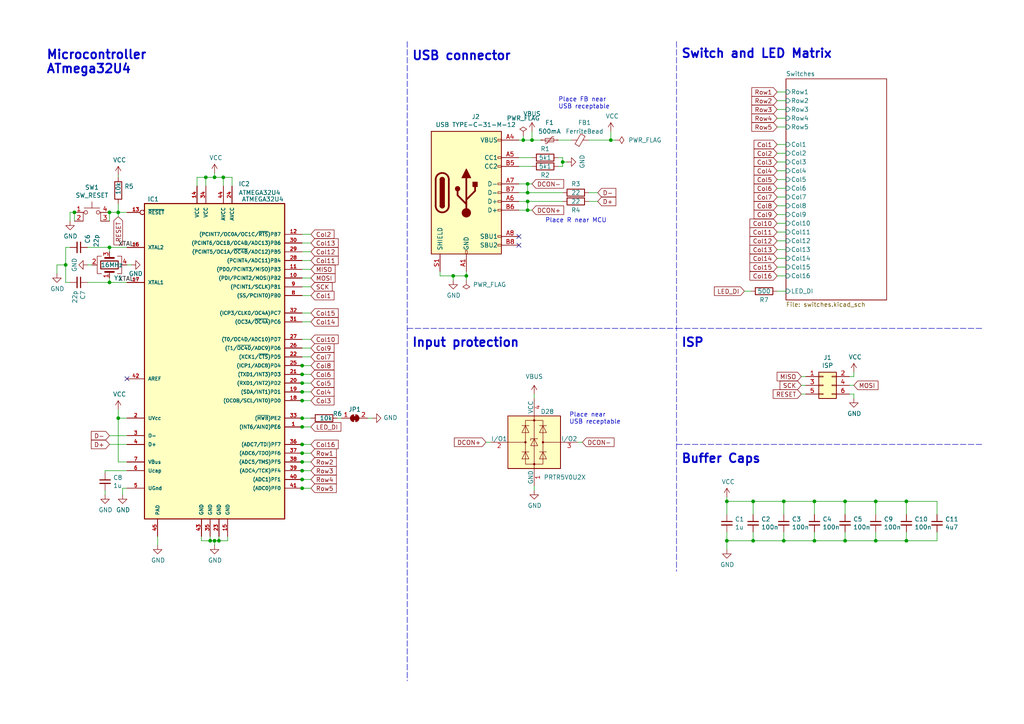
<source format=kicad_sch>
(kicad_sch (version 20211123) (generator eeschema)
  (paper "A4")
  (title_block (title "Kuro65") (date "2021-02-20") (rev "Kusabimaru") (company "0x544D"))
  (lib_symbols
    (symbol "Connector:USB_C_Receptacle_USB2.0" (pin_names (offset 1.016))
      (property "Reference" "J" (at -10.16 19.05 0))
      (property "Value" "USB_C_Receptacle_USB2.0" (at 19.05 19.05 0))
      (symbol "USB_C_Receptacle_USB2.0_0_0"
        (rectangle (start -0.254 -17.78) (end 0.254 -16.764))
        (rectangle (start 10.16 -14.986) (end 9.144 -15.494))
        (rectangle (start 10.16 -12.446) (end 9.144 -12.954))
        (rectangle (start 10.16 -4.826) (end 9.144 -5.334))
        (rectangle (start 10.16 -2.286) (end 9.144 -2.794))
        (rectangle (start 10.16 0.254) (end 9.144 -0.254))
        (rectangle (start 10.16 2.794) (end 9.144 2.286))
        (rectangle (start 10.16 7.874) (end 9.144 7.366))
        (rectangle (start 10.16 10.414) (end 9.144 9.906))
        (rectangle (start 10.16 15.494) (end 9.144 14.986))
      )
      (symbol "USB_C_Receptacle_USB2.0_0_1"
        (rectangle (start -10.16 17.78) (end 10.16 -17.78) (stroke (width 0.254)) (fill (type background)))
        (arc (start -8.89 -3.81) (mid -6.985 -5.715) (end -5.08 -3.81) (stroke (width 0.508)))
        (arc (start -7.62 -3.81) (mid -6.985 -4.445) (end -6.35 -3.81) (stroke (width 0.254)))
        (arc (start -7.62 -3.81) (mid -6.985 -4.445) (end -6.35 -3.81) (stroke (width 0.254)) (fill (type outline)))
        (rectangle (start -7.62 -3.81) (end -6.35 3.81) (stroke (width 0.254)) (fill (type outline)))
        (arc (start -6.35 3.81) (mid -6.985 4.445) (end -7.62 3.81) (stroke (width 0.254)))
        (arc (start -6.35 3.81) (mid -6.985 4.445) (end -7.62 3.81) (stroke (width 0.254)) (fill (type outline)))
        (arc (start -5.08 3.81) (mid -6.985 5.715) (end -8.89 3.81) (stroke (width 0.508)))
        (circle (center -2.54 1.143) (radius 0.635) (stroke (width 0.254)) (fill (type outline)))
        (circle (center 0 -5.842) (radius 1.27) (fill (type outline)))
        (polyline (pts (xy -8.89 -3.81) (xy -8.89 3.81)) (stroke (width 0.508)))
        (polyline (pts (xy -5.08 3.81) (xy -5.08 -3.81)) (stroke (width 0.508)))
        (polyline (pts (xy 0 -5.842) (xy 0 4.318)) (stroke (width 0.508)))
        (polyline (pts (xy 0 -3.302) (xy -2.54 -0.762) (xy -2.54 0.508)) (stroke (width 0.508)))
        (polyline (pts (xy 0 -2.032) (xy 2.54 0.508) (xy 2.54 1.778)) (stroke (width 0.508)))
        (polyline (pts (xy -1.27 4.318) (xy 0 6.858) (xy 1.27 4.318) (xy -1.27 4.318)) (stroke (width 0.254)) (fill (type outline)))
        (rectangle (start 1.905 1.778) (end 3.175 3.048) (stroke (width 0.254)) (fill (type outline)))
      )
      (symbol "USB_C_Receptacle_USB2.0_1_1"
        (pin passive line (at 0 -22.86 90) (length 5.08) (name "GND") (number "A1"))
        (pin passive line (at 0 -22.86 90) (length 5.08) hide (name "GND") (number "A12"))
        (pin passive line (at 15.24 15.24 180) (length 5.08) (name "VBUS") (number "A4"))
        (pin bidirectional line (at 15.24 10.16 180) (length 5.08) (name "CC1") (number "A5"))
        (pin bidirectional line (at 15.24 -2.54 180) (length 5.08) (name "D+") (number "A6"))
        (pin bidirectional line (at 15.24 2.54 180) (length 5.08) (name "D-") (number "A7"))
        (pin bidirectional line (at 15.24 -12.7 180) (length 5.08) (name "SBU1") (number "A8"))
        (pin passive line (at 15.24 15.24 180) (length 5.08) hide (name "VBUS") (number "A9"))
        (pin passive line (at 0 -22.86 90) (length 5.08) hide (name "GND") (number "B1"))
        (pin passive line (at 0 -22.86 90) (length 5.08) hide (name "GND") (number "B12"))
        (pin passive line (at 15.24 15.24 180) (length 5.08) hide (name "VBUS") (number "B4"))
        (pin bidirectional line (at 15.24 7.62 180) (length 5.08) (name "CC2") (number "B5"))
        (pin bidirectional line (at 15.24 -5.08 180) (length 5.08) (name "D+") (number "B6"))
        (pin bidirectional line (at 15.24 0 180) (length 5.08) (name "D-") (number "B7"))
        (pin bidirectional line (at 15.24 -15.24 180) (length 5.08) (name "SBU2") (number "B8"))
        (pin passive line (at 15.24 15.24 180) (length 5.08) hide (name "VBUS") (number "B9"))
        (pin passive line (at -7.62 -22.86 90) (length 5.08) (name "SHIELD") (number "S1"))
      )
    )
    (symbol "Connector_Generic:Conn_02x03_Odd_Even" (pin_names (offset 1.016) hide)
      (property "Reference" "J" (at 1.27 5.08 0))
      (property "Value" "Conn_02x03_Odd_Even" (at 1.27 -5.08 0))
      (symbol "Conn_02x03_Odd_Even_1_1"
        (rectangle (start -1.27 -2.413) (end 0 -2.667) (stroke (width 0.1524)))
        (rectangle (start -1.27 0.127) (end 0 -0.127) (stroke (width 0.1524)))
        (rectangle (start -1.27 2.667) (end 0 2.413) (stroke (width 0.1524)))
        (rectangle (start -1.27 3.81) (end 3.81 -3.81) (stroke (width 0.254)) (fill (type background)))
        (rectangle (start 3.81 -2.413) (end 2.54 -2.667) (stroke (width 0.1524)))
        (rectangle (start 3.81 0.127) (end 2.54 -0.127) (stroke (width 0.1524)))
        (rectangle (start 3.81 2.667) (end 2.54 2.413) (stroke (width 0.1524)))
        (pin passive line (at -5.08 2.54 0) (length 3.81) (name "Pin_1") (number "1"))
        (pin passive line (at 7.62 2.54 180) (length 3.81) (name "Pin_2") (number "2"))
        (pin passive line (at -5.08 0 0) (length 3.81) (name "Pin_3") (number "3"))
        (pin passive line (at 7.62 0 180) (length 3.81) (name "Pin_4") (number "4"))
        (pin passive line (at -5.08 -2.54 0) (length 3.81) (name "Pin_5") (number "5"))
        (pin passive line (at 7.62 -2.54 180) (length 3.81) (name "Pin_6") (number "6"))
      )
    )
    (symbol "Device:C_Small" (pin_numbers hide) (pin_names (offset 0.254) hide)
      (property "Reference" "C" (at 0.254 1.778 0))
      (property "Value" "C_Small" (at 0.254 -2.032 0))
      (symbol "C_Small_0_1"
        (polyline (pts (xy -1.524 -0.508) (xy 1.524 -0.508)) (stroke (width 0.3302)))
        (polyline (pts (xy -1.524 0.508) (xy 1.524 0.508)) (stroke (width 0.3048)))
      )
      (symbol "C_Small_1_1"
        (pin passive line (at 0 2.54 270) (length 2.032) (name "~") (number "1"))
        (pin passive line (at 0 -2.54 90) (length 2.032) (name "~") (number "2"))
      )
    )
    (symbol "Device:Crystal_GND24" (pin_names (offset 1.016) hide)
      (property "Reference" "Y" (at 3.175 5.08 0))
      (property "Value" "Crystal_GND24" (at 3.175 3.175 0))
      (symbol "Crystal_GND24_0_1"
        (rectangle (start -1.143 2.54) (end 1.143 -2.54) (stroke (width 0.3048)))
        (polyline (pts (xy -2.54 0) (xy -2.032 0)))
        (polyline (pts (xy -2.032 -1.27) (xy -2.032 1.27)) (stroke (width 0.508)))
        (polyline (pts (xy 0 -3.81) (xy 0 -3.556)))
        (polyline (pts (xy 0 3.556) (xy 0 3.81)))
        (polyline (pts (xy 2.032 -1.27) (xy 2.032 1.27)) (stroke (width 0.508)))
        (polyline (pts (xy 2.032 0) (xy 2.54 0)))
        (polyline (pts (xy -2.54 -2.286) (xy -2.54 -3.556) (xy 2.54 -3.556) (xy 2.54 -2.286)))
        (polyline (pts (xy -2.54 2.286) (xy -2.54 3.556) (xy 2.54 3.556) (xy 2.54 2.286)))
      )
      (symbol "Crystal_GND24_1_1"
        (pin passive line (at -3.81 0 0) (length 1.27) (name "1") (number "1"))
        (pin passive line (at 0 5.08 270) (length 1.27) (name "2") (number "2"))
        (pin passive line (at 3.81 0 180) (length 1.27) (name "3") (number "3"))
        (pin passive line (at 0 -5.08 90) (length 1.27) (name "4") (number "4"))
      )
    )
    (symbol "Device:FerriteBead_Small" (pin_numbers hide) (pin_names (offset 0))
      (property "Reference" "FB" (at 1.905 1.27 0))
      (property "Value" "FerriteBead_Small" (at 1.905 -1.27 0))
      (symbol "FerriteBead_Small_0_1"
        (polyline (pts (xy 0 -1.27) (xy 0 -0.7874)))
        (polyline (pts (xy 0 0.889) (xy 0 1.2954)))
        (polyline (pts (xy -1.8288 0.2794) (xy -1.1176 1.4986) (xy 1.8288 -0.2032) (xy 1.1176 -1.4224) (xy -1.8288 0.2794)))
      )
      (symbol "FerriteBead_Small_1_1"
        (pin passive line (at 0 2.54 270) (length 1.27) (name "~") (number "1"))
        (pin passive line (at 0 -2.54 90) (length 1.27) (name "~") (number "2"))
      )
    )
    (symbol "Device:Polyfuse_Small" (pin_numbers hide) (pin_names (offset 0))
      (property "Reference" "F" (at -1.905 0 90))
      (property "Value" "Polyfuse_Small" (at 1.905 0 90))
      (symbol "Polyfuse_Small_0_1"
        (rectangle (start -0.508 1.27) (end 0.508 -1.27))
        (polyline (pts (xy 0 2.54) (xy 0 -2.54)))
        (polyline (pts (xy -1.016 1.27) (xy -1.016 0.762) (xy 1.016 -0.762) (xy 1.016 -1.27)))
      )
      (symbol "Polyfuse_Small_1_1"
        (pin passive line (at 0 2.54 270) (length 0.635) (name "~") (number "1"))
        (pin passive line (at 0 -2.54 90) (length 0.635) (name "~") (number "2"))
      )
    )
    (symbol "Device:R" (pin_numbers hide) (pin_names (offset 0))
      (property "Reference" "R" (at 2.032 0 90))
      (property "Value" "R" (at 0 0 90))
      (symbol "R_0_1"
        (rectangle (start -1.016 -2.54) (end 1.016 2.54) (stroke (width 0.254)))
      )
      (symbol "R_1_1"
        (pin passive line (at 0 3.81 270) (length 1.27) (name "~") (number "1"))
        (pin passive line (at 0 -3.81 90) (length 1.27) (name "~") (number "2"))
      )
    )
    (symbol "Jumper:SolderJumper_2_Bridged" (pin_names (offset 0) hide)
      (property "Reference" "JP" (at 0 2.032 0))
      (property "Value" "SolderJumper_2_Bridged" (at 0 -2.54 0))
      (symbol "SolderJumper_2_Bridged_0_1"
        (rectangle (start -0.508 0.508) (end 0.508 -0.508) (fill (type outline)))
        (arc (start -0.254 1.016) (mid -1.27 0) (end -0.254 -1.016))
        (arc (start -0.254 1.016) (mid -1.27 0) (end -0.254 -1.016) (fill (type outline)))
        (polyline (pts (xy -0.254 1.016) (xy -0.254 -1.016)))
        (polyline (pts (xy 0.254 1.016) (xy 0.254 -1.016)))
        (arc (start 0.254 -1.016) (mid 1.27 0) (end 0.254 1.016))
        (arc (start 0.254 -1.016) (mid 1.27 0) (end 0.254 1.016) (fill (type outline)))
      )
      (symbol "SolderJumper_2_Bridged_1_1"
        (pin passive line (at -3.81 0 0) (length 2.54) (name "A") (number "1"))
        (pin passive line (at 3.81 0 180) (length 2.54) (name "B") (number "2"))
      )
    )
    (symbol "Power_Protection:PRTR5V0U2X" (pin_names (offset 0))
      (property "Reference" "D" (at 2.794 8.636 0))
      (property "Value" "PRTR5V0U2X" (at 8.128 -9.398 0))
      (symbol "PRTR5V0U2X_0_1"
        (rectangle (start -7.62 -7.62) (end 7.62 7.62) (stroke (width 0.254)) (fill (type background)))
        (circle (center -2.54 0) (radius 0.254) (fill (type outline)))
        (rectangle (start -2.54 6.35) (end 2.54 -6.35))
        (circle (center 0 -6.35) (radius 0.254) (fill (type outline)))
        (polyline (pts (xy -2.54 0) (xy -7.62 0)))
        (polyline (pts (xy -1.524 -2.794) (xy -3.556 -2.794)))
        (polyline (pts (xy -1.524 4.826) (xy -3.556 4.826)))
        (polyline (pts (xy 0 -7.62) (xy 0 7.62)))
        (polyline (pts (xy 1.524 -2.794) (xy 3.556 -2.794)))
        (polyline (pts (xy 1.524 4.826) (xy 3.556 4.826)))
        (polyline (pts (xy 2.54 0) (xy 7.62 0)))
        (polyline (pts (xy 1.016 1.016) (xy -1.016 1.016) (xy -1.016 0.508)))
        (polyline (pts (xy -3.556 -4.826) (xy -1.524 -4.826) (xy -2.54 -2.794) (xy -3.556 -4.826)))
        (polyline (pts (xy -3.556 2.794) (xy -1.524 2.794) (xy -2.54 4.826) (xy -3.556 2.794)))
        (polyline (pts (xy -1.016 -1.016) (xy 1.016 -1.016) (xy 0 1.016) (xy -1.016 -1.016)))
        (polyline (pts (xy 3.556 -4.826) (xy 1.524 -4.826) (xy 2.54 -2.794) (xy 3.556 -4.826)))
        (polyline (pts (xy 3.556 2.794) (xy 1.524 2.794) (xy 2.54 4.826) (xy 3.556 2.794)))
        (circle (center 0 6.35) (radius 0.254) (fill (type outline)))
        (circle (center 2.54 0) (radius 0.254) (fill (type outline)))
      )
      (symbol "PRTR5V0U2X_1_1"
        (pin passive line (at 0 -12.7 90) (length 5.08) (name "GND") (number "1"))
        (pin passive line (at -12.7 0 0) (length 5.08) (name "I/O1") (number "2"))
        (pin passive line (at 12.7 0 180) (length 5.08) (name "I/O2") (number "3"))
        (pin passive line (at 0 12.7 270) (length 5.08) (name "VCC") (number "4"))
      )
    )
    (symbol "Switch:SW_MEC_5E" (pin_names (offset 1.016) hide)
      (property "Reference" "SW" (at 0.635 5.715 0))
      (property "Value" "SW_MEC_5E" (at 0 -3.175 0))
      (symbol "SW_MEC_5E_0_1"
        (circle (center -1.778 2.54) (radius 0.508))
        (polyline (pts (xy -2.286 3.81) (xy 2.286 3.81)))
        (polyline (pts (xy 0 3.81) (xy 0 5.588)))
        (polyline (pts (xy -2.54 0) (xy -2.54 2.54) (xy -2.286 2.54)))
        (polyline (pts (xy 2.54 0) (xy 2.54 2.54) (xy 2.286 2.54)))
        (circle (center 1.778 2.54) (radius 0.508))
        (pin passive line (at -5.08 2.54 0) (length 2.54) (name "1") (number "1"))
        (pin passive line (at -5.08 0 0) (length 2.54) (name "2") (number "2"))
        (pin passive line (at 5.08 0 180) (length 2.54) (name "K") (number "3"))
        (pin passive line (at 5.08 2.54 180) (length 2.54) (name "A") (number "4"))
      )
    )
    (symbol "atmega32u4:ATMEGA32U4" (pin_names (offset 1.016))
      (property "Reference" "IC" (at -20.32 46.482 0))
      (property "Value" "ATMEGA32U4" (at 6.35 -48.26 0))
      (symbol "ATMEGA32U4_0_1"
        (rectangle (start -20.32 45.72) (end 20.32 -45.72) (stroke (width 0.3048)) (fill (type background)))
      )
      (symbol "ATMEGA32U4_1_1"
        (pin bidirectional line (at 25.4 -19.05 180) (length 5.08) (name "(INT6/AIN0)PE6") (number "1"))
        (pin bidirectional line (at 25.4 24.13 180) (length 5.08) (name "(PDI/PCINT2/MOSI)PB2") (number "10"))
        (pin bidirectional line (at 25.4 26.67 180) (length 5.08) (name "(PDO/PCINT3/MISO)PB3") (number "11"))
        (pin bidirectional line (at 25.4 36.83 180) (length 5.08) (name "(PCINT7/OC0A/OC1C/~{RTS})PB7") (number "12"))
        (pin input inverted (at -25.4 43.18 0) (length 5.08) (name "~{RESET}") (number "13"))
        (pin power_in line (at -5.08 50.8 270) (length 5.08) (name "VCC") (number "14"))
        (pin power_in line (at 3.81 -50.8 90) (length 5.08) (name "GND") (number "15"))
        (pin bidirectional line (at -25.4 33.02 0) (length 5.08) (name "XTAL2") (number "16"))
        (pin bidirectional line (at -25.4 22.86 0) (length 5.08) (name "XTAL1") (number "17"))
        (pin bidirectional line (at 25.4 -11.43 180) (length 5.08) (name "(OC0B/SCL/INT0)PD0") (number "18"))
        (pin bidirectional line (at 25.4 -8.89 180) (length 5.08) (name "(SDA/INT1)PD1") (number "19"))
        (pin power_in line (at -25.4 -16.51 0) (length 5.08) (name "UVcc") (number "2"))
        (pin bidirectional line (at 25.4 -6.35 180) (length 5.08) (name "(RXD1/INT2)PD2") (number "20"))
        (pin bidirectional line (at 25.4 -3.81 180) (length 5.08) (name "(TXD1/INT3)PD3") (number "21"))
        (pin bidirectional line (at 25.4 1.27 180) (length 5.08) (name "(XCK1/~{CTS})PD5") (number "22"))
        (pin power_in line (at 1.27 -50.8 90) (length 5.08) (name "GND") (number "23"))
        (pin power_in line (at 5.08 50.8 270) (length 5.08) (name "AVCC") (number "24"))
        (pin bidirectional line (at 25.4 -1.27 180) (length 5.08) (name "(ICP1/ADC8)PD4") (number "25"))
        (pin bidirectional line (at 25.4 3.81 180) (length 5.08) (name "(T1/~{OC4D}/ADC9)PD6") (number "26"))
        (pin bidirectional line (at 25.4 6.35 180) (length 5.08) (name "(T0/OC4D/ADC10)PD7") (number "27"))
        (pin bidirectional line (at 25.4 29.21 180) (length 5.08) (name "(PCINT4/ADC11)PB4") (number "28"))
        (pin bidirectional line (at 25.4 31.75 180) (length 5.08) (name "(PCINT5/OC1A/~{OC4B}/ADC12)PB5") (number "29"))
        (pin bidirectional line (at -25.4 -21.59 0) (length 5.08) (name "D-") (number "3"))
        (pin bidirectional line (at 25.4 34.29 180) (length 5.08) (name "(PCINT6/OC1B/OC4B/ADC13)PB6") (number "30"))
        (pin bidirectional line (at 25.4 11.43 180) (length 5.08) (name "(OC3A/~{OC4A})PC6") (number "31"))
        (pin bidirectional line (at 25.4 13.97 180) (length 5.08) (name "(ICP3/CLK0/OC4A)PC7") (number "32"))
        (pin bidirectional line (at 25.4 -16.51 180) (length 5.08) (name "(~{HWB})PE2") (number "33"))
        (pin power_in line (at -2.54 50.8 270) (length 5.08) (name "VCC") (number "34"))
        (pin power_in line (at -1.27 -50.8 90) (length 5.08) (name "GND") (number "35"))
        (pin bidirectional line (at 25.4 -24.13 180) (length 5.08) (name "(ADC7/TDI)PF7") (number "36"))
        (pin bidirectional line (at 25.4 -26.67 180) (length 5.08) (name "(ADC6/TDO)PF6") (number "37"))
        (pin bidirectional line (at 25.4 -29.21 180) (length 5.08) (name "(ADC5/TMS)PF5") (number "38"))
        (pin bidirectional line (at 25.4 -31.75 180) (length 5.08) (name "(ADC4/TCK)PF4") (number "39"))
        (pin bidirectional line (at -25.4 -24.13 0) (length 5.08) (name "D+") (number "4"))
        (pin bidirectional line (at 25.4 -34.29 180) (length 5.08) (name "(ADC1)PF1") (number "40"))
        (pin bidirectional line (at 25.4 -36.83 180) (length 5.08) (name "(ADC0)PF0") (number "41"))
        (pin input line (at -25.4 -5.08 0) (length 5.08) (name "AREF") (number "42"))
        (pin power_in line (at -3.81 -50.8 90) (length 5.08) (name "GND") (number "43"))
        (pin power_in line (at 2.54 50.8 270) (length 5.08) (name "AVCC") (number "44"))
        (pin power_in line (at -16.51 -50.8 90) (length 5.08) (name "PAD") (number "45"))
        (pin power_in line (at -25.4 -36.83 0) (length 5.08) (name "UGnd") (number "5"))
        (pin input line (at -25.4 -31.75 0) (length 5.08) (name "Ucap") (number "6"))
        (pin input line (at -25.4 -29.21 0) (length 5.08) (name "VBus") (number "7"))
        (pin bidirectional line (at 25.4 19.05 180) (length 5.08) (name "(SS/PCINT0)PB0") (number "8"))
        (pin bidirectional line (at 25.4 21.59 180) (length 5.08) (name "(PCINT1/SCLK)PB1") (number "9"))
      )
    )
    (symbol "power:GND" (power) (pin_names (offset 0))
      (property "Value" "GND" (at 0 -3.81 0))
      (symbol "GND_0_1"
        (polyline (pts (xy 0 0) (xy 0 -1.27) (xy 1.27 -1.27) (xy 0 -2.54) (xy -1.27 -1.27) (xy 0 -1.27)))
      )
      (symbol "GND_1_1"
        (pin power_in line (at 0 0 270) (length 0) hide (name "GND") (number "1"))
      )
    )
    (symbol "power:PWR_FLAG" (power) (pin_numbers hide) (pin_names (offset 0) hide)
      (property "Value" "PWR_FLAG" (at 0 3.81 0))
      (symbol "PWR_FLAG_0_0"
        (pin power_out line (at 0 0 90) (length 0) (name "pwr") (number "1"))
      )
      (symbol "PWR_FLAG_0_1"
        (polyline (pts (xy 0 0) (xy 0 1.27) (xy -1.016 1.905) (xy 0 2.54) (xy 1.016 1.905) (xy 0 1.27)))
      )
    )
    (symbol "power:VBUS" (power) (pin_names (offset 0))
      (property "Value" "VBUS" (at 0 3.81 0))
      (symbol "VBUS_0_1"
        (polyline (pts (xy -0.762 1.27) (xy 0 2.54)))
        (polyline (pts (xy 0 0) (xy 0 2.54)))
        (polyline (pts (xy 0 2.54) (xy 0.762 1.27)))
      )
      (symbol "VBUS_1_1"
        (pin power_in line (at 0 0 90) (length 0) hide (name "VBUS") (number "1"))
      )
    )
    (symbol "power:VCC" (power) (pin_names (offset 0))
      (property "Value" "VCC" (at 0 3.81 0))
      (symbol "VCC_0_1"
        (polyline (pts (xy -0.762 1.27) (xy 0 2.54)))
        (polyline (pts (xy 0 0) (xy 0 2.54)))
        (polyline (pts (xy 0 2.54) (xy 0.762 1.27)))
      )
      (symbol "VCC_1_1"
        (pin power_in line (at 0 0 90) (length 0) hide (name "VCC") (number "1"))
      )
    )
  )
  (junction (at 87.63 113.665))
  (junction (at 87.63 128.905))
  (junction (at 87.63 141.605))
  (junction (at 131.445 80.01))
  (junction (at 59.69 51.435))
  (junction (at 87.63 123.825))
  (junction (at 87.63 136.525))
  (junction (at 62.23 156.845))
  (junction (at 210.82 145.415))
  (junction (at 227.33 156.845))
  (junction (at 236.22 145.415))
  (junction (at 87.63 139.065))
  (junction (at 135.255 80.01))
  (junction (at 236.22 156.845))
  (junction (at 87.63 116.205))
  (junction (at 63.5 156.845))
  (junction (at 151.765 40.64))
  (junction (at 34.29 121.285))
  (junction (at 87.63 108.585))
  (junction (at 153.035 53.34))
  (junction (at 254 145.415))
  (junction (at 87.63 131.445))
  (junction (at 31.75 61.595))
  (junction (at 87.63 121.285))
  (junction (at 21.59 61.595))
  (junction (at 62.23 51.435))
  (junction (at 262.89 156.845))
  (junction (at 64.77 51.435))
  (junction (at 210.82 156.845))
  (junction (at 153.035 60.96))
  (junction (at 218.44 156.845))
  (junction (at 31.75 81.915))
  (junction (at 245.11 145.415))
  (junction (at 153.035 55.88))
  (junction (at 19.05 76.835))
  (junction (at 154.305 40.64))
  (junction (at 34.29 61.595))
  (junction (at 31.75 71.755))
  (junction (at 60.96 156.845))
  (junction (at 227.33 145.415))
  (junction (at 87.63 133.985))
  (junction (at 153.035 58.42))
  (junction (at 218.44 145.415))
  (junction (at 87.63 106.045))
  (junction (at 163.195 46.99))
  (junction (at 177.165 40.64))
  (junction (at 245.11 156.845))
  (junction (at 262.89 145.415))
  (junction (at 87.63 111.125))
  (junction (at 254 156.845))
  (no_connect (at 150.495 68.58))
  (no_connect (at 150.495 71.12))
  (no_connect (at 36.83 109.855))
  (wire (pts (xy 20.32 71.755) (xy 19.05 71.755)))
  (wire (pts (xy 227.965 34.29) (xy 225.425 34.29)))
  (wire (pts (xy 150.495 55.88) (xy 153.035 55.88)))
  (wire (pts (xy 150.495 60.96) (xy 153.035 60.96)))
  (wire (pts (xy 271.78 156.845) (xy 271.78 154.305)))
  (wire (pts (xy 60.96 156.845) (xy 62.23 156.845)))
  (wire (pts (xy 87.63 106.045) (xy 90.17 106.045)))
  (wire (pts (xy 87.63 139.065) (xy 90.17 139.065)))
  (wire (pts (xy 233.68 114.3) (xy 232.41 114.3)))
  (wire (pts (xy 135.255 80.01) (xy 131.445 80.01)))
  (wire (pts (xy 34.29 62.865) (xy 34.29 61.595)))
  (wire (pts (xy 151.765 40.64) (xy 154.305 40.64)))
  (wire (pts (xy 87.63 128.905) (xy 90.17 128.905)))
  (wire (pts (xy 218.44 145.415) (xy 210.82 145.415)))
  (wire (pts (xy 247.65 114.3) (xy 247.65 115.57)))
  (wire (pts (xy 210.82 144.145) (xy 210.82 145.415)))
  (wire (pts (xy 87.63 116.205) (xy 90.17 116.205)))
  (wire (pts (xy 30.48 143.51) (xy 30.48 142.24)))
  (wire (pts (xy 153.035 55.88) (xy 163.195 55.88)))
  (wire (pts (xy 246.38 109.22) (xy 247.65 109.22)))
  (wire (pts (xy 227.965 64.77) (xy 225.425 64.77)))
  (wire (pts (xy 163.195 48.26) (xy 163.195 46.99)))
  (wire (pts (xy 131.445 80.01) (xy 131.445 81.28)))
  (wire (pts (xy 64.77 53.975) (xy 64.77 51.435)))
  (wire (pts (xy 57.15 53.975) (xy 57.15 51.435)))
  (wire (pts (xy 170.815 58.42) (xy 173.355 58.42)))
  (wire (pts (xy 87.63 75.565) (xy 90.17 75.565)))
  (wire (pts (xy 227.965 67.31) (xy 225.425 67.31)))
  (wire (pts (xy 218.44 156.845) (xy 210.82 156.845)))
  (wire (pts (xy 153.035 55.88) (xy 153.035 53.34)))
  (wire (pts (xy 262.89 145.415) (xy 271.78 145.415)))
  (wire (pts (xy 19.05 81.915) (xy 19.05 76.835)))
  (wire (pts (xy 66.04 156.845) (xy 66.04 155.575)))
  (wire (pts (xy 170.815 55.88) (xy 173.355 55.88)))
  (wire (pts (xy 227.33 156.845) (xy 218.44 156.845)))
  (wire (pts (xy 87.63 141.605) (xy 90.17 141.605)))
  (wire (pts (xy 245.11 145.415) (xy 254 145.415)))
  (wire (pts (xy 247.65 109.22) (xy 247.65 107.95)))
  (wire (pts (xy 227.965 29.21) (xy 225.425 29.21)))
  (wire (pts (xy 62.23 156.845) (xy 62.23 158.115)))
  (wire (pts (xy 245.11 149.225) (xy 245.11 145.415)))
  (wire (pts (xy 254 156.845) (xy 262.89 156.845)))
  (wire (pts (xy 227.965 52.07) (xy 225.425 52.07)))
  (wire (pts (xy 161.925 40.64) (xy 165.735 40.64)))
  (wire (pts (xy 150.495 40.64) (xy 151.765 40.64)))
  (wire (pts (xy 227.965 46.99) (xy 225.425 46.99)))
  (wire (pts (xy 227.965 62.23) (xy 225.425 62.23)))
  (wire (pts (xy 63.5 156.845) (xy 66.04 156.845)))
  (wire (pts (xy 245.11 156.845) (xy 254 156.845)))
  (wire (pts (xy 236.22 156.845) (xy 227.33 156.845)))
  (wire (pts (xy 67.31 51.435) (xy 64.77 51.435)))
  (wire (pts (xy 170.815 40.64) (xy 177.165 40.64)))
  (wire (pts (xy 87.63 113.665) (xy 90.17 113.665)))
  (wire (pts (xy 64.77 51.435) (xy 62.23 51.435)))
  (wire (pts (xy 135.255 81.28) (xy 135.255 80.01)))
  (polyline (pts (xy 196.215 128.905) (xy 285.115 128.905)))
  (wire (pts (xy 127.635 78.74) (xy 127.635 80.01)))
  (wire (pts (xy 34.29 50.8) (xy 34.29 51.435)))
  (wire (pts (xy 246.38 111.76) (xy 247.65 111.76)))
  (wire (pts (xy 87.63 70.485) (xy 90.17 70.485)))
  (wire (pts (xy 21.59 64.135) (xy 21.59 61.595)))
  (wire (pts (xy 25.4 71.755) (xy 31.75 71.755)))
  (wire (pts (xy 163.195 46.99) (xy 164.465 46.99)))
  (wire (pts (xy 87.63 136.525) (xy 90.17 136.525)))
  (wire (pts (xy 227.965 69.85) (xy 225.425 69.85)))
  (wire (pts (xy 233.68 111.76) (xy 232.41 111.76)))
  (wire (pts (xy 254 145.415) (xy 262.89 145.415)))
  (wire (pts (xy 167.64 128.27) (xy 168.91 128.27)))
  (wire (pts (xy 245.11 154.305) (xy 245.11 156.845)))
  (wire (pts (xy 154.305 38.1) (xy 154.305 40.64)))
  (wire (pts (xy 58.42 156.845) (xy 60.96 156.845)))
  (wire (pts (xy 90.17 83.185) (xy 87.63 83.185)))
  (polyline (pts (xy 196.215 12.065) (xy 196.215 165.735)))
  (wire (pts (xy 30.48 136.525) (xy 36.83 136.525)))
  (wire (pts (xy 151.765 39.37) (xy 151.765 40.64)))
  (wire (pts (xy 34.29 133.985) (xy 36.83 133.985)))
  (wire (pts (xy 59.69 53.975) (xy 59.69 51.435)))
  (wire (pts (xy 87.63 121.285) (xy 90.17 121.285)))
  (wire (pts (xy 90.17 78.105) (xy 87.63 78.105)))
  (wire (pts (xy 87.63 133.985) (xy 90.17 133.985)))
  (wire (pts (xy 87.63 67.945) (xy 90.17 67.945)))
  (polyline (pts (xy 196.215 95.25) (xy 285.115 95.25)))
  (wire (pts (xy 63.5 156.845) (xy 63.5 155.575)))
  (wire (pts (xy 227.965 80.01) (xy 225.425 80.01)))
  (wire (pts (xy 236.22 154.305) (xy 236.22 156.845)))
  (wire (pts (xy 87.63 85.725) (xy 90.17 85.725)))
  (wire (pts (xy 31.75 73.025) (xy 31.75 71.755)))
  (wire (pts (xy 262.89 156.845) (xy 271.78 156.845)))
  (wire (pts (xy 233.68 109.22) (xy 232.41 109.22)))
  (wire (pts (xy 34.29 118.745) (xy 34.29 121.285)))
  (wire (pts (xy 87.63 93.345) (xy 90.17 93.345)))
  (wire (pts (xy 218.44 154.305) (xy 218.44 156.845)))
  (wire (pts (xy 57.15 51.435) (xy 59.69 51.435)))
  (wire (pts (xy 59.69 51.435) (xy 62.23 51.435)))
  (wire (pts (xy 154.305 40.64) (xy 156.845 40.64)))
  (wire (pts (xy 271.78 145.415) (xy 271.78 149.225)))
  (wire (pts (xy 154.94 114.3) (xy 154.94 115.57)))
  (wire (pts (xy 25.4 81.915) (xy 31.75 81.915)))
  (wire (pts (xy 227.965 44.45) (xy 225.425 44.45)))
  (wire (pts (xy 177.165 40.64) (xy 177.165 38.1)))
  (wire (pts (xy 254 145.415) (xy 254 149.225)))
  (wire (pts (xy 227.965 59.69) (xy 225.425 59.69)))
  (wire (pts (xy 45.72 155.575) (xy 45.72 158.115)))
  (wire (pts (xy 245.11 145.415) (xy 236.22 145.415)))
  (wire (pts (xy 36.83 121.285) (xy 34.29 121.285)))
  (wire (pts (xy 60.96 155.575) (xy 60.96 156.845)))
  (wire (pts (xy 31.75 81.915) (xy 31.75 80.645)))
  (wire (pts (xy 67.31 53.975) (xy 67.31 51.435)))
  (wire (pts (xy 227.965 72.39) (xy 225.425 72.39)))
  (wire (pts (xy 153.035 53.34) (xy 154.305 53.34)))
  (wire (pts (xy 62.23 51.435) (xy 62.23 50.165)))
  (wire (pts (xy 227.965 74.93) (xy 225.425 74.93)))
  (wire (pts (xy 227.33 154.305) (xy 227.33 156.845)))
  (wire (pts (xy 227.965 36.83) (xy 225.425 36.83)))
  (wire (pts (xy 30.48 136.525) (xy 30.48 137.16)))
  (wire (pts (xy 153.035 60.96) (xy 154.305 60.96)))
  (wire (pts (xy 150.495 45.72) (xy 154.305 45.72)))
  (wire (pts (xy 163.195 45.72) (xy 163.195 46.99)))
  (wire (pts (xy 254 156.845) (xy 254 154.305)))
  (wire (pts (xy 35.56 141.605) (xy 35.56 143.51)))
  (wire (pts (xy 106.68 121.285) (xy 107.95 121.285)))
  (wire (pts (xy 16.51 76.835) (xy 19.05 76.835)))
  (wire (pts (xy 150.495 48.26) (xy 154.305 48.26)))
  (wire (pts (xy 34.29 121.285) (xy 34.29 133.985)))
  (wire (pts (xy 227.965 57.15) (xy 225.425 57.15)))
  (wire (pts (xy 210.82 154.305) (xy 210.82 156.845)))
  (wire (pts (xy 163.195 58.42) (xy 153.035 58.42)))
  (wire (pts (xy 135.255 78.74) (xy 135.255 80.01)))
  (wire (pts (xy 218.44 149.225) (xy 218.44 145.415)))
  (wire (pts (xy 154.94 140.97) (xy 154.94 142.24)))
  (wire (pts (xy 215.9 84.455) (xy 217.805 84.455)))
  (wire (pts (xy 87.63 90.805) (xy 90.17 90.805)))
  (wire (pts (xy 150.495 53.34) (xy 153.035 53.34)))
  (wire (pts (xy 87.63 103.505) (xy 90.17 103.505)))
  (wire (pts (xy 58.42 155.575) (xy 58.42 156.845)))
  (wire (pts (xy 97.79 121.285) (xy 99.06 121.285)))
  (wire (pts (xy 177.165 40.64) (xy 178.435 40.64)))
  (wire (pts (xy 87.63 111.125) (xy 90.17 111.125)))
  (wire (pts (xy 20.32 61.595) (xy 21.59 61.595)))
  (wire (pts (xy 227.965 49.53) (xy 225.425 49.53)))
  (wire (pts (xy 153.035 58.42) (xy 153.035 60.96)))
  (wire (pts (xy 236.22 145.415) (xy 227.33 145.415)))
  (wire (pts (xy 36.83 141.605) (xy 35.56 141.605)))
  (wire (pts (xy 87.63 108.585) (xy 90.17 108.585)))
  (wire (pts (xy 62.23 156.845) (xy 63.5 156.845)))
  (wire (pts (xy 262.89 156.845) (xy 262.89 154.305)))
  (wire (pts (xy 34.29 61.595) (xy 36.83 61.595)))
  (wire (pts (xy 31.75 64.135) (xy 31.75 61.595)))
  (wire (pts (xy 127.635 80.01) (xy 131.445 80.01)))
  (wire (pts (xy 225.425 84.455) (xy 227.965 84.455)))
  (wire (pts (xy 87.63 98.425) (xy 90.17 98.425)))
  (wire (pts (xy 150.495 58.42) (xy 153.035 58.42)))
  (wire (pts (xy 36.83 128.905) (xy 31.75 128.905)))
  (wire (pts (xy 25.4 76.835) (xy 26.67 76.835)))
  (wire (pts (xy 31.75 71.755) (xy 36.83 71.755)))
  (wire (pts (xy 16.51 79.375) (xy 16.51 76.835)))
  (wire (pts (xy 227.965 31.75) (xy 225.425 31.75)))
  (wire (pts (xy 227.33 149.225) (xy 227.33 145.415)))
  (polyline (pts (xy 118.11 95.25) (xy 196.215 95.25)))
  (wire (pts (xy 210.82 145.415) (xy 210.82 149.225)))
  (wire (pts (xy 140.97 128.27) (xy 142.24 128.27)))
  (wire (pts (xy 87.63 131.445) (xy 90.17 131.445)))
  (wire (pts (xy 227.33 145.415) (xy 218.44 145.415)))
  (wire (pts (xy 227.965 77.47) (xy 225.425 77.47)))
  (wire (pts (xy 210.82 156.845) (xy 210.82 159.385)))
  (wire (pts (xy 34.29 59.055) (xy 34.29 61.595)))
  (wire (pts (xy 20.32 64.135) (xy 20.32 61.595)))
  (wire (pts (xy 31.75 81.915) (xy 36.83 81.915)))
  (polyline (pts (xy 118.11 12.065) (xy 118.11 197.485)))
  (wire (pts (xy 36.83 126.365) (xy 31.75 126.365)))
  (wire (pts (xy 227.965 41.91) (xy 225.425 41.91)))
  (wire (pts (xy 87.63 73.025) (xy 90.17 73.025)))
  (wire (pts (xy 262.89 145.415) (xy 262.89 149.225)))
  (wire (pts (xy 87.63 80.645) (xy 90.17 80.645)))
  (wire (pts (xy 31.75 61.595) (xy 34.29 61.595)))
  (wire (pts (xy 161.925 48.26) (xy 163.195 48.26)))
  (wire (pts (xy 227.965 26.67) (xy 225.425 26.67)))
  (wire (pts (xy 236.22 149.225) (xy 236.22 145.415)))
  (wire (pts (xy 19.05 71.755) (xy 19.05 76.835)))
  (wire (pts (xy 20.32 81.915) (xy 19.05 81.915)))
  (wire (pts (xy 87.63 123.825) (xy 90.17 123.825)))
  (wire (pts (xy 246.38 114.3) (xy 247.65 114.3)))
  (wire (pts (xy 36.83 76.835) (xy 38.1 76.835)))
  (wire (pts (xy 87.63 100.965) (xy 90.17 100.965)))
  (wire (pts (xy 227.965 54.61) (xy 225.425 54.61)))
  (wire (pts (xy 161.925 45.72) (xy 163.195 45.72)))
  (wire (pts (xy 245.11 156.845) (xy 236.22 156.845)))
  (text "Buffer Caps" (at 197.485 134.62 0) (effects (font (size 2.54 2.54) bold) (justify left bottom)))
  (text "USB connector" (at 119.38 17.78 0) (effects (font (size 2.54 2.54) bold) (justify left bottom)))
  (text "Place FB near\nUSB receptable" (at 161.925 31.75 0) (effects (font (size 1.27 1.27)) (justify left bottom)))
  (text "Input protection" (at 119.38 100.965 0) (effects (font (size 2.54 2.54) bold) (justify left bottom)))
  (text "Place R near MCU" (at 158.115 64.77 0) (effects (font (size 1.27 1.27)) (justify left bottom)))
  (text "ISP" (at 197.485 100.965 0) (effects (font (size 2.54 2.54) bold) (justify left bottom)))
  (text "Switch and LED Matrix" (at 197.485 17.145 0) (effects (font (size 2.54 2.54) bold) (justify left bottom)))
  (text "Place near\nUSB receptable" (at 165.1 123.19 0) (effects (font (size 1.27 1.27)) (justify left bottom)))
  (text "Microcontroller\nATmega32U4" (at 13.335 21.59 0) (effects (font (size 2.54 2.54) (thickness 0.508) bold) (justify left bottom)))
  (label "XTAL+" (at 34.29 71.755 0))
  (label "XTAL-" (at 34.29 81.915 0))
  (global_label "Col9" (shape input) (at 225.425 62.23 180) (property "Intersheet References" "${INTERSHEET_REFS}" (effects hide)))
  (global_label "Col3" (shape input) (at 225.425 46.99 180) (property "Intersheet References" "${INTERSHEET_REFS}" (effects hide)))
  (global_label "Col14" (shape input) (at 90.17 93.345 0) (property "Intersheet References" "${INTERSHEET_REFS}" (effects hide)))
  (global_label "Col10" (shape input) (at 90.17 98.425 0) (property "Intersheet References" "${INTERSHEET_REFS}" (effects hide)))
  (global_label "Col4" (shape input) (at 90.17 113.665 0) (property "Intersheet References" "${INTERSHEET_REFS}" (effects hide)))
  (global_label "DCON-" (shape input) (at 154.305 53.34 0) (property "Intersheet References" "${INTERSHEET_REFS}" (effects hide)))
  (global_label "DCON+" (shape input) (at 140.97 128.27 180) (property "Intersheet References" "${INTERSHEET_REFS}" (effects hide)))
  (global_label "DCON-" (shape input) (at 168.91 128.27 0) (property "Intersheet References" "${INTERSHEET_REFS}" (effects hide)))
  (global_label "Col4" (shape input) (at 225.425 49.53 180) (property "Intersheet References" "${INTERSHEET_REFS}" (effects hide)))
  (global_label "Row1" (shape input) (at 225.425 26.67 180) (property "Intersheet References" "${INTERSHEET_REFS}" (effects hide)))
  (global_label "Row1" (shape input) (at 90.17 131.445 0) (property "Intersheet References" "${INTERSHEET_REFS}" (effects hide)))
  (global_label "LED_DI" (shape input) (at 215.9 84.455 180) (property "Intersheet References" "${INTERSHEET_REFS}" (effects hide)))
  (global_label "Row3" (shape input) (at 90.17 136.525 0) (property "Intersheet References" "${INTERSHEET_REFS}" (effects hide)))
  (global_label "Col2" (shape input) (at 90.17 67.945 0) (property "Intersheet References" "${INTERSHEET_REFS}" (effects hide)))
  (global_label "D+" (shape input) (at 31.75 128.905 180) (property "Intersheet References" "${INTERSHEET_REFS}" (effects hide)))
  (global_label "MOSI" (shape input) (at 90.17 80.645 0) (property "Intersheet References" "${INTERSHEET_REFS}" (effects hide)))
  (global_label "Col1" (shape input) (at 90.17 85.725 0) (property "Intersheet References" "${INTERSHEET_REFS}" (effects hide)))
  (global_label "Col15" (shape input) (at 225.425 77.47 180) (property "Intersheet References" "${INTERSHEET_REFS}" (effects hide)))
  (global_label "RESET" (shape input) (at 34.29 62.865 270) (property "Intersheet References" "${INTERSHEET_REFS}" (effects hide)))
  (global_label "Row5" (shape input) (at 225.425 36.83 180) (property "Intersheet References" "${INTERSHEET_REFS}" (effects hide)))
  (global_label "Col8" (shape input) (at 225.425 59.69 180) (property "Intersheet References" "${INTERSHEET_REFS}" (effects hide)))
  (global_label "Row2" (shape input) (at 225.425 29.21 180) (property "Intersheet References" "${INTERSHEET_REFS}" (effects hide)))
  (global_label "Col15" (shape input) (at 90.17 90.805 0) (property "Intersheet References" "${INTERSHEET_REFS}" (effects hide)))
  (global_label "D+" (shape input) (at 173.355 58.42 0) (property "Intersheet References" "${INTERSHEET_REFS}" (effects hide)))
  (global_label "Row5" (shape input) (at 90.17 141.605 0) (property "Intersheet References" "${INTERSHEET_REFS}" (effects hide)))
  (global_label "RESET" (shape input) (at 232.41 114.3 180) (property "Intersheet References" "${INTERSHEET_REFS}" (effects hide)))
  (global_label "Col11" (shape input) (at 90.17 75.565 0) (property "Intersheet References" "${INTERSHEET_REFS}" (effects hide)))
  (global_label "MOSI" (shape input) (at 247.65 111.76 0) (property "Intersheet References" "${INTERSHEET_REFS}" (effects hide)))
  (global_label "LED_DI" (shape input) (at 90.17 123.825 0) (property "Intersheet References" "${INTERSHEET_REFS}" (effects hide)))
  (global_label "Col6" (shape input) (at 225.425 54.61 180) (property "Intersheet References" "${INTERSHEET_REFS}" (effects hide)))
  (global_label "D-" (shape input) (at 31.75 126.365 180) (property "Intersheet References" "${INTERSHEET_REFS}" (effects hide)))
  (global_label "Col9" (shape input) (at 90.17 100.965 0) (property "Intersheet References" "${INTERSHEET_REFS}" (effects hide)))
  (global_label "Col5" (shape input) (at 90.17 111.125 0) (property "Intersheet References" "${INTERSHEET_REFS}" (effects hide)))
  (global_label "Col12" (shape input) (at 225.425 69.85 180) (property "Intersheet References" "${INTERSHEET_REFS}" (effects hide)))
  (global_label "SCK" (shape input) (at 232.41 111.76 180) (property "Intersheet References" "${INTERSHEET_REFS}" (effects hide)))
  (global_label "Col7" (shape input) (at 90.17 103.505 0) (property "Intersheet References" "${INTERSHEET_REFS}" (effects hide)))
  (global_label "Col3" (shape input) (at 90.17 116.205 0) (property "Intersheet References" "${INTERSHEET_REFS}" (effects hide)))
  (global_label "SCK" (shape input) (at 90.17 83.185 0) (property "Intersheet References" "${INTERSHEET_REFS}" (effects hide)))
  (global_label "Row4" (shape input) (at 225.425 34.29 180) (property "Intersheet References" "${INTERSHEET_REFS}" (effects hide)))
  (global_label "Col11" (shape input) (at 225.425 67.31 180) (property "Intersheet References" "${INTERSHEET_REFS}" (effects hide)))
  (global_label "DCON+" (shape input) (at 154.305 60.96 0) (property "Intersheet References" "${INTERSHEET_REFS}" (effects hide)))
  (global_label "Col5" (shape input) (at 225.425 52.07 180) (property "Intersheet References" "${INTERSHEET_REFS}" (effects hide)))
  (global_label "Row2" (shape input) (at 90.17 133.985 0) (property "Intersheet References" "${INTERSHEET_REFS}" (effects hide)))
  (global_label "D-" (shape input) (at 173.355 55.88 0) (property "Intersheet References" "${INTERSHEET_REFS}" (effects hide)))
  (global_label "MISO" (shape input) (at 232.41 109.22 180) (property "Intersheet References" "${INTERSHEET_REFS}" (effects hide)))
  (global_label "Col10" (shape input) (at 225.425 64.77 180) (property "Intersheet References" "${INTERSHEET_REFS}" (effects hide)))
  (global_label "Col6" (shape input) (at 90.17 108.585 0) (property "Intersheet References" "${INTERSHEET_REFS}" (effects hide)))
  (global_label "Col1" (shape input) (at 225.425 41.91 180) (property "Intersheet References" "${INTERSHEET_REFS}" (effects hide)))
  (global_label "Row4" (shape input) (at 90.17 139.065 0) (property "Intersheet References" "${INTERSHEET_REFS}" (effects hide)))
  (global_label "Col8" (shape input) (at 90.17 106.045 0) (property "Intersheet References" "${INTERSHEET_REFS}" (effects hide)))
  (global_label "Col12" (shape input) (at 90.17 73.025 0) (property "Intersheet References" "${INTERSHEET_REFS}" (effects hide)))
  (global_label "Col13" (shape input) (at 90.17 70.485 0) (property "Intersheet References" "${INTERSHEET_REFS}" (effects hide)))
  (global_label "Col2" (shape input) (at 225.425 44.45 180) (property "Intersheet References" "${INTERSHEET_REFS}" (effects hide)))
  (global_label "Col16" (shape input) (at 225.425 80.01 180) (property "Intersheet References" "${INTERSHEET_REFS}" (effects hide)))
  (global_label "Row3" (shape input) (at 225.425 31.75 180) (property "Intersheet References" "${INTERSHEET_REFS}" (effects hide)))
  (global_label "Col14" (shape input) (at 225.425 74.93 180) (property "Intersheet References" "${INTERSHEET_REFS}" (effects hide)))
  (global_label "Col16" (shape input) (at 90.17 128.905 0) (property "Intersheet References" "${INTERSHEET_REFS}" (effects hide)))
  (global_label "Col13" (shape input) (at 225.425 72.39 180) (property "Intersheet References" "${INTERSHEET_REFS}" (effects hide)))
  (global_label "MISO" (shape input) (at 90.17 78.105 0) (property "Intersheet References" "${INTERSHEET_REFS}" (effects hide)))
  (global_label "Col7" (shape input) (at 225.425 57.15 180) (property "Intersheet References" "${INTERSHEET_REFS}" (effects hide)))
  (symbol (lib_id "atmega32u4:ATMEGA32U4") (at 62.23 104.775 0) (unit 1)
    (property "Reference" "IC1" (at 44.45 57.785 0))
    (property "Value" "ATMEGA32U4" (at 76.2 57.785 0))
    (property "Footprint" "Package_DFN_QFN:QFN-44-1EP_7x7mm_P0.5mm_EP5.2x5.2mm_ThermalVias" (effects hide))
  )
  (symbol (lib_id "Device:C_Small") (at 22.86 71.755 270) (unit 1)
    (property "Reference" "C6" (at 25.4 67.945 0) (effects (justify left)))
    (property "Value" "22p" (at 27.94 67.945 0) (effects (justify left)))
    (property "Footprint" "Capacitor_SMD:C_0603_1608Metric_Pad1.08x0.95mm_HandSolder" (effects hide))
  )
  (symbol (lib_id "Device:C_Small") (at 22.86 81.915 270) (unit 1)
    (property "Reference" "C7" (at 24.0284 84.2518 0) (effects (justify left)))
    (property "Value" "22p" (at 21.717 84.2518 0) (effects (justify left)))
    (property "Footprint" "Capacitor_SMD:C_0603_1608Metric_Pad1.08x0.95mm_HandSolder" (effects hide))
  )
  (symbol (lib_id "Device:R") (at 167.005 55.88 270) (unit 1)
    (property "Reference" "R3" (at 167.005 53.34 90))
    (property "Value" "22" (at 167.005 55.88 90))
    (property "Footprint" "Resistor_SMD:R_0603_1608Metric_Pad0.98x0.95mm_HandSolder" (effects hide))
  )
  (symbol (lib_id "Device:R") (at 167.005 58.42 270) (unit 1)
    (property "Reference" "R4" (at 167.005 60.96 90))
    (property "Value" "22" (at 167.005 58.42 90))
    (property "Footprint" "Resistor_SMD:R_0603_1608Metric_Pad0.98x0.95mm_HandSolder" (effects hide))
  )
  (symbol (lib_id "Device:R") (at 34.29 55.245 0) (unit 1)
    (property "Reference" "R5" (at 36.068 54.0766 0) (effects (justify left)))
    (property "Value" "10k" (at 34.29 56.515 90) (effects (justify left)))
    (property "Footprint" "Resistor_SMD:R_0603_1608Metric_Pad0.98x0.95mm_HandSolder" (effects hide))
  )
  (symbol (lib_id "Device:C_Small") (at 30.48 139.7 0) (unit 1)
    (property "Reference" "C8" (at 32.8168 138.5316 0) (effects (justify left)))
    (property "Value" "1u" (at 32.8168 140.843 0) (effects (justify left)))
    (property "Footprint" "Capacitor_SMD:C_0603_1608Metric_Pad1.08x0.95mm_HandSolder" (effects hide))
  )
  (symbol (lib_id "Device:R") (at 93.98 121.285 270) (unit 1)
    (property "Reference" "R6" (at 96.52 120.015 90) (effects (justify left)))
    (property "Value" "10k" (at 92.71 121.285 90) (effects (justify left)))
    (property "Footprint" "Resistor_SMD:R_0603_1608Metric_Pad0.98x0.95mm_HandSolder" (effects hide))
  )
  (symbol (lib_id "Jumper:SolderJumper_2_Bridged") (at 102.87 121.285 0) (unit 1)
    (property "Reference" "JP1" (at 102.87 118.745 0))
    (property "Value" "SolderJumper_2_Bridged" (effects hide))
    (property "Footprint" "Jumper:SolderJumper-2_P1.3mm_Open_Pad1.0x1.5mm" (effects hide))
  )
  (symbol (lib_id "Connector_Generic:Conn_02x03_Odd_Even") (at 238.76 111.76 0) (unit 1)
    (property "Reference" "J1" (at 240.03 103.7082 0))
    (property "Value" "ISP" (at 240.03 106.0196 0))
    (property "Footprint" "Connector_PinHeader_2.54mm:PinHeader_2x03_P2.54mm_Vertical" (effects hide))
  )
  (symbol (lib_id "power:VCC") (at 247.65 107.95 0) (unit 1)
    (property "Reference" "#PWR04" (effects hide))
    (property "Value" "VCC" (at 248.031 103.5558 0))
  )
  (symbol (lib_id "power:VCC") (at 34.29 50.8 0) (unit 1)
    (property "Reference" "#PWR011" (effects hide))
    (property "Value" "VCC" (at 34.671 46.4058 0))
  )
  (symbol (lib_id "power:VCC") (at 62.23 50.165 0) (unit 1)
    (property "Reference" "#PWR014" (effects hide))
    (property "Value" "VCC" (at 62.611 45.7708 0))
  )
  (symbol (lib_id "power:VCC") (at 34.29 118.745 0) (unit 1)
    (property "Reference" "#PWR012" (effects hide))
    (property "Value" "VCC" (at 34.671 114.3508 0))
  )
  (symbol (lib_id "power:GND") (at 16.51 79.375 0) (unit 1)
    (property "Reference" "#PWR09" (effects hide))
    (property "Value" "GND" (at 16.637 83.7692 0))
  )
  (symbol (lib_id "power:GND") (at 20.32 64.135 0) (unit 1)
    (property "Reference" "#PWR08" (effects hide))
    (property "Value" "GND" (at 20.447 68.5292 0))
  )
  (symbol (lib_id "power:GND") (at 247.65 115.57 0) (unit 1)
    (property "Reference" "#PWR05" (effects hide))
    (property "Value" "GND" (at 247.777 119.9642 0))
  )
  (symbol (lib_id "power:GND") (at 30.48 143.51 0) (unit 1)
    (property "Reference" "#PWR010" (effects hide))
    (property "Value" "GND" (at 30.607 147.9042 0))
  )
  (symbol (lib_id "power:GND") (at 35.56 143.51 0) (unit 1)
    (property "Reference" "#PWR013" (effects hide))
    (property "Value" "GND" (at 35.687 147.9042 0))
  )
  (symbol (lib_id "power:GND") (at 62.23 158.115 0) (unit 1)
    (property "Reference" "#PWR015" (effects hide))
    (property "Value" "GND" (at 62.357 162.5092 0))
  )
  (symbol (lib_id "power:GND") (at 107.95 121.285 90) (unit 1)
    (property "Reference" "#PWR016" (effects hide))
    (property "Value" "GND" (at 111.2012 121.158 90) (effects (justify right)))
  )
  (symbol (lib_id "Device:C_Small") (at 210.82 151.765 0) (unit 1)
    (property "Reference" "C1" (at 213.1568 150.5966 0) (effects (justify left)))
    (property "Value" "1u" (at 213.1568 152.908 0) (effects (justify left)))
    (property "Footprint" "Capacitor_SMD:C_0603_1608Metric_Pad1.08x0.95mm_HandSolder" (effects hide))
  )
  (symbol (lib_id "Device:C_Small") (at 218.44 151.765 0) (unit 1)
    (property "Reference" "C2" (at 220.7768 150.5966 0) (effects (justify left)))
    (property "Value" "100n" (at 220.7768 152.908 0) (effects (justify left)))
    (property "Footprint" "Capacitor_SMD:C_0603_1608Metric_Pad1.08x0.95mm_HandSolder" (effects hide))
  )
  (symbol (lib_id "Device:C_Small") (at 227.33 151.765 0) (unit 1)
    (property "Reference" "C3" (at 229.6668 150.5966 0) (effects (justify left)))
    (property "Value" "100n" (at 229.6668 152.908 0) (effects (justify left)))
    (property "Footprint" "Capacitor_SMD:C_0603_1608Metric_Pad1.08x0.95mm_HandSolder" (effects hide))
  )
  (symbol (lib_id "Device:C_Small") (at 236.22 151.765 0) (unit 1)
    (property "Reference" "C4" (at 238.5568 150.5966 0) (effects (justify left)))
    (property "Value" "100n" (at 238.5568 152.908 0) (effects (justify left)))
    (property "Footprint" "Capacitor_SMD:C_0603_1608Metric_Pad1.08x0.95mm_HandSolder" (effects hide))
  )
  (symbol (lib_id "Device:C_Small") (at 245.11 151.765 0) (unit 1)
    (property "Reference" "C5" (at 247.4468 150.5966 0) (effects (justify left)))
    (property "Value" "100n" (at 247.4468 152.908 0) (effects (justify left)))
    (property "Footprint" "Capacitor_SMD:C_0603_1608Metric_Pad1.08x0.95mm_HandSolder" (effects hide))
  )
  (symbol (lib_id "power:VCC") (at 210.82 144.145 0) (unit 1)
    (property "Reference" "#PWR01" (effects hide))
    (property "Value" "VCC" (at 211.201 139.7508 0))
  )
  (symbol (lib_id "power:GND") (at 210.82 159.385 0) (unit 1)
    (property "Reference" "#PWR02" (effects hide))
    (property "Value" "GND" (at 210.947 163.7792 0))
  )
  (symbol (lib_id "Device:Crystal_GND24") (at 31.75 76.835 90) (unit 1)
    (property "Reference" "Y1" (at 33.02 80.645 90) (effects (justify right)))
    (property "Value" "16MHz" (at 29.21 76.835 90) (effects (justify right)))
    (property "Footprint" "Crystal:Crystal_SMD_SeikoEpson_TSX3225-4Pin_3.2x2.5mm_HandSoldering" (effects hide))
    (property "Datasheet" "https://support.epson.biz/td/api/doc_check.php?dl=brief_TSX-3225&lang=en" (effects hide))
  )
  (symbol (lib_id "power:GND") (at 38.1 76.835 90) (unit 1)
    (property "Reference" "#PWR018" (effects hide))
    (property "Value" "GND" (at 39.37 79.375 90))
  )
  (symbol (lib_id "power:GND") (at 25.4 76.835 270) (unit 1)
    (property "Reference" "#PWR017" (effects hide))
    (property "Value" "GND" (at 21.59 76.835 0))
  )
  (symbol (lib_id "Device:C_Small") (at 262.89 151.765 0) (unit 1)
    (property "Reference" "C10" (at 265.2268 150.5966 0) (effects (justify left)))
    (property "Value" "100n" (at 265.2268 152.908 0) (effects (justify left)))
    (property "Footprint" "Capacitor_SMD:C_0603_1608Metric_Pad1.08x0.95mm_HandSolder" (effects hide))
  )
  (symbol (lib_id "Device:C_Small") (at 271.78 151.765 0) (unit 1)
    (property "Reference" "C11" (at 274.1168 150.5966 0) (effects (justify left)))
    (property "Value" "4u7" (at 274.1168 152.908 0) (effects (justify left)))
    (property "Footprint" "Capacitor_SMD:C_0603_1608Metric_Pad1.08x0.95mm_HandSolder" (effects hide))
  )
  (symbol (lib_id "Device:C_Small") (at 254 151.765 0) (unit 1)
    (property "Reference" "C9" (at 256.3368 150.5966 0) (effects (justify left)))
    (property "Value" "100n" (at 256.3368 152.908 0) (effects (justify left)))
    (property "Footprint" "Capacitor_SMD:C_0603_1608Metric_Pad1.08x0.95mm_HandSolder" (effects hide))
  )
  (symbol (lib_id "Switch:SW_MEC_5E") (at 26.67 64.135 0) (unit 1)
    (property "Reference" "SW1" (at 26.67 54.356 0))
    (property "Value" "SW_RESET" (at 26.67 56.6674 0))
    (property "Footprint" "Button_Switch_SMD:SW_SPST_Omron_B3FS-100xP" (effects hide))
    (property "Datasheet" "http://www.apem.com/int/index.php?controller=attachment&id_attachment=1371" (effects hide))
  )
  (symbol (lib_id "Connector:USB_C_Receptacle_USB2.0") (at 135.255 55.88 0) (unit 1)
    (property "Reference" "J2" (at 137.9728 33.8582 0))
    (property "Value" "USB TYPE-C-31-M-12" (at 137.9728 36.1696 0))
    (property "Footprint" "Connector_USB:USB_C_Receptacle_HRO_TYPE-C-31-M-12" (effects hide))
    (property "Datasheet" "https://www.usb.org/sites/default/files/documents/usb_type-c.zip" (effects hide))
    (property "Shop-URL" "https://jlcpcb.com/partdetail/Korean_HropartsElec-TYPE_C_31_M12/C165948" (effects hide))
  )
  (symbol (lib_id "Device:R") (at 158.115 45.72 270) (unit 1)
    (property "Reference" "R1" (at 158.115 43.18 90))
    (property "Value" "5k1" (at 158.115 45.72 90))
    (property "Footprint" "Resistor_SMD:R_0603_1608Metric_Pad0.98x0.95mm_HandSolder" (effects hide))
  )
  (symbol (lib_id "Device:R") (at 158.115 48.26 270) (unit 1)
    (property "Reference" "R2" (at 158.115 50.8 90))
    (property "Value" "5k1" (at 158.115 48.26 90))
    (property "Footprint" "Resistor_SMD:R_0603_1608Metric_Pad0.98x0.95mm_HandSolder" (effects hide))
  )
  (symbol (lib_id "power:GND") (at 164.465 46.99 90) (unit 1)
    (property "Reference" "#PWR07" (effects hide))
    (property "Value" "GND" (at 168.8592 46.863 0))
  )
  (symbol (lib_id "power:GND") (at 131.445 81.28 0) (unit 1)
    (property "Reference" "#PWR03" (effects hide))
    (property "Value" "GND" (at 131.572 85.6742 0))
  )
  (symbol (lib_id "power:PWR_FLAG") (at 178.435 40.64 270) (unit 1)
    (property "Reference" "#FLG02" (effects hide))
    (property "Value" "PWR_FLAG" (at 182.245 40.6399 90) (effects (justify left)))
  )
  (symbol (lib_id "power:VBUS") (at 154.94 114.3 0) (unit 1)
    (property "Reference" "#PWR020" (effects hide))
    (property "Value" "VBUS" (at 154.94 109.22 0))
  )
  (symbol (lib_id "Device:Polyfuse_Small") (at 159.385 40.64 270) (unit 1)
    (property "Reference" "F1" (at 159.385 35.56 90))
    (property "Value" "500mA" (at 159.385 38.1 90))
    (property "Footprint" "Fuse:Fuse_0603_1608Metric_Pad1.05x0.95mm_HandSolder" (effects hide))
  )
  (symbol (lib_id "power:VCC") (at 177.165 38.1 0) (unit 1)
    (property "Reference" "#PWR019" (effects hide))
    (property "Value" "VCC" (at 177.546 33.7058 0))
  )
  (symbol (lib_id "Device:R") (at 221.615 84.455 270) (unit 1)
    (property "Reference" "R7" (at 221.615 86.995 90))
    (property "Value" "500" (at 221.615 84.455 90))
    (property "Footprint" "Resistor_SMD:R_0603_1608Metric_Pad0.98x0.95mm_HandSolder" (effects hide))
  )
  (symbol (lib_id "power:VBUS") (at 154.305 38.1 0) (unit 1)
    (property "Reference" "#PWR06" (effects hide))
    (property "Value" "VBUS" (at 154.305 33.02 0))
  )
  (symbol (lib_id "power:GND") (at 45.72 158.115 0) (unit 1)
    (property "Reference" "#PWR022" (effects hide))
    (property "Value" "GND" (at 45.847 162.5092 0))
  )
  (symbol (lib_id "power:PWR_FLAG") (at 135.255 81.28 180) (unit 1)
    (property "Reference" "#FLG03" (effects hide))
    (property "Value" "PWR_FLAG" (at 137.16 82.5499 0) (effects (justify right)))
  )
  (symbol (lib_id "atmega32u4:ATMEGA32U4") (at 62.23 104.775 0) (unit 1)
    (property "Reference" "IC2" (at 69.1897 53.34 0) (effects (justify left)))
    (property "Value" "ATMEGA32U4" (at 69.1897 55.88 0) (effects (justify left)))
    (property "Footprint" "Package_QFP:LQFP-44_10x10mm_P0.8mm" (effects hide))
  )
  (symbol (lib_id "power:GND") (at 154.94 142.24 0) (unit 1)
    (property "Reference" "#PWR021" (effects hide))
    (property "Value" "GND" (at 155.067 146.6342 0))
  )
  (symbol (lib_id "Power_Protection:PRTR5V0U2X") (at 154.94 128.27 0) (unit 1)
    (property "Reference" "D28" (at 158.75 119.38 0))
    (property "Value" "PRTR5V0U2X" (at 163.83 138.43 0))
    (property "Footprint" "Package_TO_SOT_SMD:SOT-143" (effects hide))
    (property "Datasheet" "https://assets.nexperia.com/documents/data-sheet/PRTR5V0U2X.pdf" (effects hide))
  )
  (symbol (lib_id "power:PWR_FLAG") (at 151.765 39.37 0) (unit 1)
    (property "Reference" "#FLG01" (effects hide))
    (property "Value" "PWR_FLAG" (at 151.765 34.29 0))
  )
  (symbol (lib_id "Device:FerriteBead_Small") (at 168.275 40.64 90) (unit 1)
    (property "Reference" "FB1" (at 169.545 35.56 90))
    (property "Value" "FerriteBead" (at 169.545 38.1 90))
    (property "Footprint" "Resistor_SMD:R_0805_2012Metric_Pad1.20x1.40mm_HandSolder" (effects hide))
  )
  (sheet (at 227.965 22.86) (size 29.21 64.135)
    (property "Sheet name" "Switches" (at 227.965 22.1484 0) (effects (justify left bottom)))
    (property "Sheet file" "switches.kicad_sch" (at 227.965 87.5796 0) (effects (justify left top)))
    (pin "Row1" input (at 227.965 26.67 180))
    (pin "Row2" input (at 227.965 29.21 180))
    (pin "Row3" input (at 227.965 31.75 180))
    (pin "Row4" input (at 227.965 34.29 180))
    (pin "Row5" input (at 227.965 36.83 180))
    (pin "Col1" input (at 227.965 41.91 180))
    (pin "Col2" input (at 227.965 44.45 180))
    (pin "Col3" input (at 227.965 46.99 180))
    (pin "Col4" input (at 227.965 49.53 180))
    (pin "Col5" input (at 227.965 52.07 180))
    (pin "Col6" input (at 227.965 54.61 180))
    (pin "Col7" input (at 227.965 57.15 180))
    (pin "Col8" input (at 227.965 59.69 180))
    (pin "Col9" input (at 227.965 62.23 180))
    (pin "Col10" input (at 227.965 64.77 180))
    (pin "Col11" input (at 227.965 67.31 180))
    (pin "Col12" input (at 227.965 69.85 180))
    (pin "Col13" input (at 227.965 72.39 180))
    (pin "Col14" input (at 227.965 74.93 180))
    (pin "Col15" input (at 227.965 77.47 180))
    (pin "Col16" input (at 227.965 80.01 180))
    (pin "LED_DI" input (at 227.965 84.455 180))
  )
)
</source>
